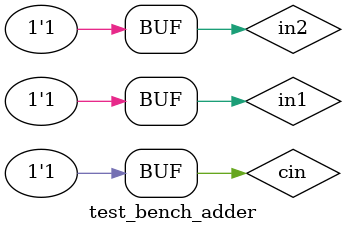
<source format=v>
`timescale 1ns / 1ps


module test_bench_adder;

reg in1, in2, cin;  
wire out, cout;     

full_adder uut(in1, in2, cin, out,cout); // calling module

initial 
    begin
        // set the inputs
        in1<=1'd1;  //input 1 = 1
        in2<=1'd1;  //input 2 = 1
        cin<=1'd1;  // carry input = 0
    end
endmodule


</source>
